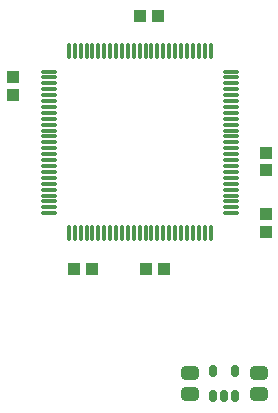
<source format=gtp>
G04*
G04 #@! TF.GenerationSoftware,Altium Limited,Altium Designer,21.1.1 (26)*
G04*
G04 Layer_Color=8421504*
%FSLAX25Y25*%
%MOIN*%
G70*
G04*
G04 #@! TF.SameCoordinates,4EBEE0B8-8E4E-43C0-80E5-A374C2A04DA5*
G04*
G04*
G04 #@! TF.FilePolarity,Positive*
G04*
G01*
G75*
G04:AMPARAMS|DCode=17|XSize=23.62mil|YSize=39.37mil|CornerRadius=5.91mil|HoleSize=0mil|Usage=FLASHONLY|Rotation=0.000|XOffset=0mil|YOffset=0mil|HoleType=Round|Shape=RoundedRectangle|*
%AMROUNDEDRECTD17*
21,1,0.02362,0.02756,0,0,0.0*
21,1,0.01181,0.03937,0,0,0.0*
1,1,0.01181,0.00591,-0.01378*
1,1,0.01181,-0.00591,-0.01378*
1,1,0.01181,-0.00591,0.01378*
1,1,0.01181,0.00591,0.01378*
%
%ADD17ROUNDEDRECTD17*%
G04:AMPARAMS|DCode=18|XSize=45.28mil|YSize=57.09mil|CornerRadius=11.32mil|HoleSize=0mil|Usage=FLASHONLY|Rotation=90.000|XOffset=0mil|YOffset=0mil|HoleType=Round|Shape=RoundedRectangle|*
%AMROUNDEDRECTD18*
21,1,0.04528,0.03445,0,0,90.0*
21,1,0.02264,0.05709,0,0,90.0*
1,1,0.02264,0.01722,0.01132*
1,1,0.02264,0.01722,-0.01132*
1,1,0.02264,-0.01722,-0.01132*
1,1,0.02264,-0.01722,0.01132*
%
%ADD18ROUNDEDRECTD18*%
%ADD19O,0.05512X0.01181*%
%ADD20O,0.01181X0.05512*%
%ADD21R,0.03937X0.04134*%
%ADD22R,0.04134X0.03937*%
D17*
X196960Y71527D02*
D03*
X200700D02*
D03*
X204440D02*
D03*
X196960Y79873D02*
D03*
X204440D02*
D03*
D18*
X189200Y79243D02*
D03*
Y72157D02*
D03*
X212200Y72200D02*
D03*
Y79287D02*
D03*
D19*
X142259Y179637D02*
D03*
Y177668D02*
D03*
Y175700D02*
D03*
Y173732D02*
D03*
Y171763D02*
D03*
Y169794D02*
D03*
Y167826D02*
D03*
Y165858D02*
D03*
Y163889D02*
D03*
Y161920D02*
D03*
Y159952D02*
D03*
Y157984D02*
D03*
Y156015D02*
D03*
Y154046D02*
D03*
Y152078D02*
D03*
Y150109D02*
D03*
Y148141D02*
D03*
Y146172D02*
D03*
Y144204D02*
D03*
Y142235D02*
D03*
Y140267D02*
D03*
Y138298D02*
D03*
Y136330D02*
D03*
Y134361D02*
D03*
Y132393D02*
D03*
X202889D02*
D03*
Y134361D02*
D03*
Y136330D02*
D03*
Y138298D02*
D03*
Y140267D02*
D03*
Y142235D02*
D03*
Y144204D02*
D03*
Y146172D02*
D03*
Y148141D02*
D03*
Y150109D02*
D03*
Y152078D02*
D03*
Y154046D02*
D03*
Y156015D02*
D03*
Y157984D02*
D03*
Y159952D02*
D03*
Y161920D02*
D03*
Y163889D02*
D03*
Y165858D02*
D03*
Y167826D02*
D03*
Y169794D02*
D03*
Y171763D02*
D03*
Y173732D02*
D03*
Y175700D02*
D03*
Y177668D02*
D03*
Y179637D02*
D03*
D20*
X148952Y125700D02*
D03*
X150920D02*
D03*
X152889D02*
D03*
X154858D02*
D03*
X156826D02*
D03*
X158794D02*
D03*
X160763D02*
D03*
X162732D02*
D03*
X164700D02*
D03*
X166668D02*
D03*
X168637D02*
D03*
X170606D02*
D03*
X172574D02*
D03*
X174542D02*
D03*
X176511D02*
D03*
X178480D02*
D03*
X180448D02*
D03*
X182416D02*
D03*
X184385D02*
D03*
X186354D02*
D03*
X188322D02*
D03*
X190291D02*
D03*
X192259D02*
D03*
X194228D02*
D03*
X196196D02*
D03*
Y186330D02*
D03*
X194228D02*
D03*
X192259D02*
D03*
X190291D02*
D03*
X188322D02*
D03*
X186354D02*
D03*
X184385D02*
D03*
X182416D02*
D03*
X180448D02*
D03*
X178480D02*
D03*
X176511D02*
D03*
X174542D02*
D03*
X172574D02*
D03*
X170606D02*
D03*
X168637D02*
D03*
X166668D02*
D03*
X164700D02*
D03*
X162732D02*
D03*
X160763D02*
D03*
X158794D02*
D03*
X156826D02*
D03*
X154858D02*
D03*
X152889D02*
D03*
X150920D02*
D03*
X148952D02*
D03*
D21*
X130200Y171747D02*
D03*
Y177653D02*
D03*
X214700Y146700D02*
D03*
Y152605D02*
D03*
Y132200D02*
D03*
Y126295D02*
D03*
D22*
X172747Y198200D02*
D03*
X178653D02*
D03*
X174747Y113700D02*
D03*
X180653D02*
D03*
X150700D02*
D03*
X156606D02*
D03*
M02*

</source>
